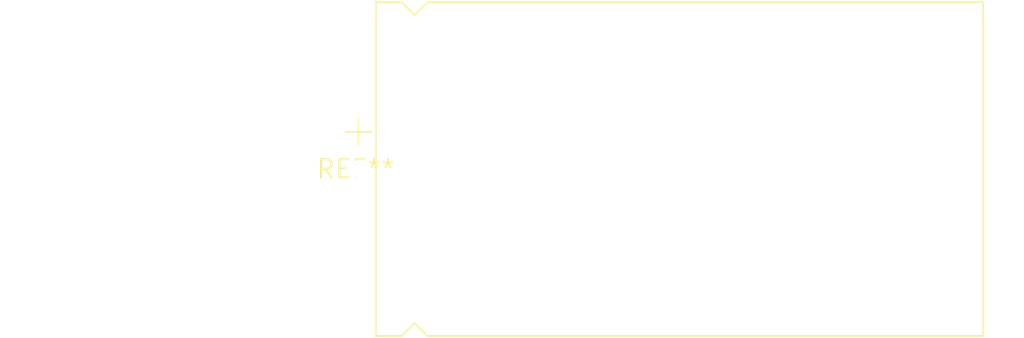
<source format=kicad_pcb>
(kicad_pcb (version 20240108) (generator pcbnew)
  (layers (0 "F.Cu" signal) (31 "B.Cu" signal) (34 "B.Paste" user) (35 "F.Paste" user) (36 "B.SilkS" user "B.Silkscreen") (37 "F.SilkS" user "F.Silkscreen") (38 "B.Mask" user) (39 "F.Mask" user) (44 "Edge.Cuts" user))
  (net 0 "")
  (footprint "CP_Axial_L42.0mm_D23.0mm_P45.00mm_Horizontal" (layer "F.Cu") (at 0 0)
    (property "Reference" "REF**")
    (property "Value" "CP_Axial_L42.0mm_D23.0mm_P45.00mm_Horizontal")
    (fp_line (start -0.72 -2.6) (end 1.08 -2.6) (layer "F.SilkS") (stroke (width 0.12)))
    (fp_line (start 0.18 -3.5) (end 0.18 -1.7) (layer "F.SilkS") (stroke (width 0.12)))
    (fp_line (start 1.38 -11.62) (end 1.38 11.62) (layer "F.SilkS") (stroke (width 0.12)))
    (fp_line (start 1.38 -11.62) (end 3.18 -11.62) (layer "F.SilkS") (stroke (width 0.12)))
    (fp_line (start 1.38 11.62) (end 3.18 11.62) (layer "F.SilkS") (stroke (width 0.12)))
    (fp_line (start 3.18 -11.62) (end 4.08 -10.72) (layer "F.SilkS") (stroke (width 0.12)))
    (fp_line (start 3.18 11.62) (end 4.08 10.72) (layer "F.SilkS") (stroke (width 0.12)))
    (fp_line (start 4.08 -10.72) (end 4.98 -11.62) (layer "F.SilkS") (stroke (width 0.12)))
    (fp_line (start 4.08 10.72) (end 4.98 11.62) (layer "F.SilkS") (stroke (width 0.12)))
    (fp_line (start 4.98 -11.62) (end 43.62 -11.62) (layer "F.SilkS") (stroke (width 0.12)))
    (fp_line (start 4.98 11.62) (end 43.62 11.62) (layer "F.SilkS") (stroke (width 0.12)))
    (fp_line (start 43.62 -11.62) (end 43.62 11.62) (layer "F.SilkS") (stroke (width 0.12)))
    (pad "1" thru_hole rect (at 0 0) (size 2.4 2.4) (drill 1.2) (layers *.Cu *.Mask) (remove_unused_layers))
    (pad "2" thru_hole oval (at 45 0) (size 2.4 2.4) (drill 1.2) (layers *.Cu *.Mask) (remove_unused_layers))
  )
)
</source>
